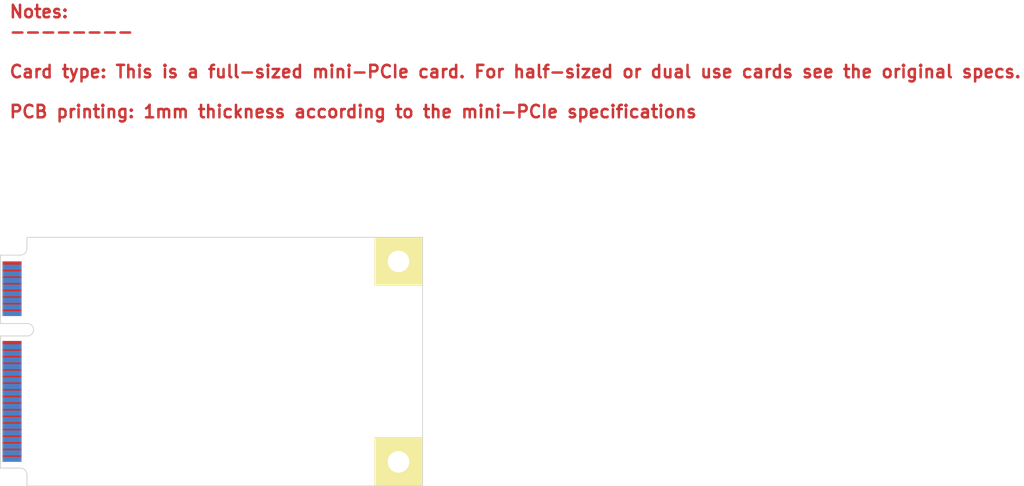
<source format=kicad_pcb>
(kicad_pcb (version 3) (host pcbnew "(2013-may-18)-stable")

  (general
    (links 1)
    (no_connects 1)
    (area 48.999999 99.949999 100.050001 130.050001)
    (thickness 1.6)
    (drawings 16)
    (tracks 0)
    (zones 0)
    (modules 3)
    (nets 2)
  )

  (page A3)
  (title_block 
    (title "full size mini-PCIe base card")
    (rev 1)
    (company moonpunch.org)
    (comment 1 "Released into the Public Domain wherever possible.")
  )

  (layers
    (15 F.Cu signal)
    (0 B.Cu signal)
    (16 B.Adhes user)
    (17 F.Adhes user)
    (18 B.Paste user)
    (19 F.Paste user)
    (20 B.SilkS user)
    (21 F.SilkS user)
    (22 B.Mask user)
    (23 F.Mask user)
    (24 Dwgs.User user)
    (25 Cmts.User user)
    (26 Eco1.User user hide)
    (27 Eco2.User user hide)
    (28 Edge.Cuts user)
  )

  (setup
    (last_trace_width 0.254)
    (trace_clearance 0.2)
    (zone_clearance 0.508)
    (zone_45_only no)
    (trace_min 0.254)
    (segment_width 0.15)
    (edge_width 0.1)
    (via_size 0.6)
    (via_drill 0.3048)
    (via_min_size 0.6)
    (via_min_drill 0.299974)
    (uvia_size 0.508)
    (uvia_drill 0.127)
    (uvias_allowed no)
    (uvia_min_size 0.508)
    (uvia_min_drill 0.127)
    (pcb_text_width 0.3)
    (pcb_text_size 1.5 1.5)
    (mod_edge_width 0.15)
    (mod_text_size 1 1)
    (mod_text_width 0.15)
    (pad_size 0.9 1)
    (pad_drill 0)
    (pad_to_mask_clearance 0)
    (aux_axis_origin 0 0)
    (visible_elements FFFFFBBF)
    (pcbplotparams
      (layerselection 284196865)
      (usegerberextensions true)
      (excludeedgelayer true)
      (linewidth 0.150000)
      (plotframeref false)
      (viasonmask false)
      (mode 1)
      (useauxorigin false)
      (hpglpennumber 1)
      (hpglpenspeed 20)
      (hpglpendiameter 15)
      (hpglpenoverlay 2)
      (psnegative false)
      (psa4output false)
      (plotreference true)
      (plotvalue true)
      (plotothertext true)
      (plotinvisibletext false)
      (padsonsilk false)
      (subtractmaskfromsilk false)
      (outputformat 1)
      (mirror false)
      (drillshape 0)
      (scaleselection 1)
      (outputdirectory gerber/))
  )

  (net 0 "")
  (net 1 GND)

  (net_class Default "This is the default net class."
    (clearance 0.2)
    (trace_width 0.254)
    (via_dia 0.6)
    (via_drill 0.3048)
    (uvia_dia 0.508)
    (uvia_drill 0.127)
    (add_net "")
  )

  (net_class PCI ""
    (clearance 0.2)
    (trace_width 0.3)
    (via_dia 0.6)
    (via_drill 0.3048)
    (uvia_dia 0.508)
    (uvia_drill 0.127)
    (add_net GND)
  )

  (net_class Power ""
    (clearance 0.2)
    (trace_width 0.4)
    (via_dia 0.6)
    (via_drill 0.3048)
    (uvia_dia 0.508)
    (uvia_drill 0.127)
  )

  (module miniPCIeConn   locked (layer F.Cu) (tedit 54A91326) (tstamp 54A9144B)
    (at 50.45 111.15)
    (path /53FF05BE)
    (fp_text reference J1 (at 2.5654 -3.2512 90) (layer F.SilkS) hide
      (effects (font (size 1 1) (thickness 0.15)))
    )
    (fp_text value "mini-PCIe USB only" (at 2.8194 5.9182 90) (layer F.SilkS) hide
      (effects (font (size 1 1) (thickness 0.15)))
    )
    (pad 1 smd rect (at 0 -7.95) (size 2.3 0.6)
      (layers F.Cu F.Paste F.Mask)
      (solder_mask_margin 0.1)
      (clearance 0.1)
    )
    (pad 3 smd rect (at 0 -7.15) (size 2.3 0.6)
      (layers F.Cu F.Paste F.Mask)
      (solder_mask_margin 0.1)
      (clearance 0.1)
    )
    (pad 5 smd rect (at 0 -6.35) (size 2.3 0.6)
      (layers F.Cu F.Paste F.Mask)
      (solder_mask_margin 0.1)
      (clearance 0.1)
    )
    (pad 7 smd rect (at 0 -5.55) (size 2.3 0.6)
      (layers F.Cu F.Paste F.Mask)
      (solder_mask_margin 0.1)
      (clearance 0.1)
    )
    (pad 9 smd rect (at 0 -4.75) (size 2.3 0.6)
      (layers F.Cu F.Paste F.Mask)
      (solder_mask_margin 0.1)
      (clearance 0.1)
    )
    (pad 11 smd rect (at 0 -3.95) (size 2.3 0.6)
      (layers F.Cu F.Paste F.Mask)
      (solder_mask_margin 0.1)
      (clearance 0.1)
    )
    (pad 13 smd rect (at 0 -3.15) (size 2.3 0.6)
      (layers F.Cu F.Paste F.Mask)
      (solder_mask_margin 0.1)
      (clearance 0.1)
    )
    (pad 15 smd rect (at 0 -2.35) (size 2.3 0.6)
      (layers F.Cu F.Paste F.Mask)
      (solder_mask_margin 0.1)
      (clearance 0.1)
    )
    (pad 2 smd rect (at 0 -7.55) (size 2.3 0.6)
      (layers B.Cu B.Paste B.Mask)
      (solder_mask_margin 0.1)
      (clearance 0.1)
    )
    (pad 17 smd rect (at 0 1.65) (size 2.3 0.6)
      (layers F.Cu F.Paste F.Mask)
      (solder_mask_margin 0.1)
      (clearance 0.1)
    )
    (pad 4 smd rect (at 0 -6.75) (size 2.3 0.6)
      (layers B.Cu B.Paste B.Mask)
      (solder_mask_margin 0.1)
      (clearance 0.1)
    )
    (pad 6 smd rect (at 0 -5.95) (size 2.3 0.6)
      (layers B.Cu B.Paste B.Mask)
      (solder_mask_margin 0.1)
      (clearance 0.1)
    )
    (pad 8 smd rect (at 0 -5.15) (size 2.3 0.6)
      (layers B.Cu B.Paste B.Mask)
      (solder_mask_margin 0.1)
      (clearance 0.1)
    )
    (pad 10 smd rect (at 0 -4.35) (size 2.3 0.6)
      (layers B.Cu B.Paste B.Mask)
      (solder_mask_margin 0.1)
      (clearance 0.1)
    )
    (pad 12 smd rect (at 0 -3.55) (size 2.3 0.6)
      (layers B.Cu B.Paste B.Mask)
      (solder_mask_margin 0.1)
      (clearance 0.1)
    )
    (pad 14 smd rect (at 0 -2.75) (size 2.3 0.6)
      (layers B.Cu B.Paste B.Mask)
      (solder_mask_margin 0.1)
      (clearance 0.1)
    )
    (pad 16 smd rect (at 0 -1.95) (size 2.3 0.6)
      (layers B.Cu B.Paste B.Mask)
      (solder_mask_margin 0.1)
      (clearance 0.1)
    )
    (pad 19 smd rect (at 0 2.45) (size 2.3 0.6)
      (layers F.Cu F.Paste F.Mask)
      (solder_mask_margin 0.1)
      (clearance 0.1)
    )
    (pad 21 smd rect (at 0 3.25) (size 2.3 0.6)
      (layers F.Cu F.Paste F.Mask)
      (solder_mask_margin 0.1)
      (clearance 0.1)
    )
    (pad 23 smd rect (at 0 4.05) (size 2.3 0.6)
      (layers F.Cu F.Paste F.Mask)
      (solder_mask_margin 0.1)
      (clearance 0.1)
    )
    (pad 25 smd rect (at 0 4.85) (size 2.3 0.6)
      (layers F.Cu F.Paste F.Mask)
      (solder_mask_margin 0.1)
      (clearance 0.1)
    )
    (pad 27 smd rect (at 0 5.65) (size 2.3 0.6)
      (layers F.Cu F.Paste F.Mask)
      (solder_mask_margin 0.1)
      (clearance 0.1)
    )
    (pad 29 smd rect (at 0 6.45) (size 2.3 0.6)
      (layers F.Cu F.Paste F.Mask)
      (solder_mask_margin 0.1)
      (clearance 0.1)
    )
    (pad 31 smd rect (at 0 7.25) (size 2.3 0.6)
      (layers F.Cu F.Paste F.Mask)
      (solder_mask_margin 0.1)
      (clearance 0.1)
    )
    (pad 33 smd rect (at 0 8.05) (size 2.3 0.6)
      (layers F.Cu F.Paste F.Mask)
      (solder_mask_margin 0.1)
      (clearance 0.1)
    )
    (pad 35 smd rect (at 0 8.85) (size 2.3 0.6)
      (layers F.Cu F.Paste F.Mask)
      (solder_mask_margin 0.1)
      (clearance 0.1)
    )
    (pad 37 smd rect (at 0 9.65) (size 2.3 0.6)
      (layers F.Cu F.Paste F.Mask)
      (solder_mask_margin 0.1)
      (clearance 0.1)
    )
    (pad 39 smd rect (at 0 10.45) (size 2.3 0.6)
      (layers F.Cu F.Paste F.Mask)
      (solder_mask_margin 0.1)
      (clearance 0.1)
    )
    (pad 41 smd rect (at 0 11.25) (size 2.3 0.6)
      (layers F.Cu F.Paste F.Mask)
      (solder_mask_margin 0.1)
      (clearance 0.1)
    )
    (pad 43 smd rect (at 0 12.05) (size 2.3 0.6)
      (layers F.Cu F.Paste F.Mask)
      (solder_mask_margin 0.1)
      (clearance 0.1)
    )
    (pad 45 smd rect (at 0 12.85) (size 2.3 0.6)
      (layers F.Cu F.Paste F.Mask)
      (solder_mask_margin 0.1)
      (clearance 0.1)
    )
    (pad 47 smd rect (at 0 13.65) (size 2.3 0.6)
      (layers F.Cu F.Paste F.Mask)
      (solder_mask_margin 0.1)
      (clearance 0.1)
    )
    (pad 49 smd rect (at 0 14.45) (size 2.3 0.6)
      (layers F.Cu F.Paste F.Mask)
      (solder_mask_margin 0.1)
      (clearance 0.1)
    )
    (pad 51 smd rect (at 0 15.25) (size 2.3 0.6)
      (layers F.Cu F.Paste F.Mask)
      (solder_mask_margin 0.1)
      (clearance 0.1)
    )
    (pad 18 smd rect (at 0 2.05) (size 2.3 0.6)
      (layers B.Cu B.Paste B.Mask)
      (solder_mask_margin 0.1)
      (clearance 0.1)
    )
    (pad 20 smd rect (at 0 2.85) (size 2.3 0.6)
      (layers B.Cu B.Paste B.Mask)
      (solder_mask_margin 0.1)
      (clearance 0.1)
    )
    (pad 22 smd rect (at 0 3.65) (size 2.3 0.6)
      (layers B.Cu B.Paste B.Mask)
      (solder_mask_margin 0.1)
      (clearance 0.1)
    )
    (pad 24 smd rect (at 0 4.45) (size 2.3 0.6)
      (layers B.Cu B.Paste B.Mask)
      (solder_mask_margin 0.1)
      (clearance 0.1)
    )
    (pad 26 smd rect (at 0 5.25) (size 2.3 0.6)
      (layers B.Cu B.Paste B.Mask)
      (solder_mask_margin 0.1)
      (clearance 0.1)
    )
    (pad 28 smd rect (at 0 6.05) (size 2.3 0.6)
      (layers B.Cu B.Paste B.Mask)
      (solder_mask_margin 0.1)
      (clearance 0.1)
    )
    (pad 30 smd rect (at 0 6.85) (size 2.3 0.6)
      (layers B.Cu B.Paste B.Mask)
      (solder_mask_margin 0.1)
      (clearance 0.1)
    )
    (pad 32 smd rect (at 0 7.65) (size 2.3 0.6)
      (layers B.Cu B.Paste B.Mask)
      (solder_mask_margin 0.1)
      (clearance 0.1)
    )
    (pad 34 smd rect (at 0 8.45) (size 2.3 0.6)
      (layers B.Cu B.Paste B.Mask)
      (solder_mask_margin 0.1)
      (clearance 0.1)
    )
    (pad 36 smd rect (at 0 9.25) (size 2.3 0.6)
      (layers B.Cu B.Paste B.Mask)
      (solder_mask_margin 0.1)
      (clearance 0.1)
    )
    (pad 38 smd rect (at 0 10.05) (size 2.3 0.6)
      (layers B.Cu B.Paste B.Mask)
      (solder_mask_margin 0.1)
      (clearance 0.1)
    )
    (pad 40 smd rect (at 0 10.85) (size 2.3 0.6)
      (layers B.Cu B.Paste B.Mask)
      (solder_mask_margin 0.1)
      (clearance 0.1)
    )
    (pad 42 smd rect (at 0 11.65) (size 2.3 0.6)
      (layers B.Cu B.Paste B.Mask)
      (solder_mask_margin 0.1)
      (clearance 0.1)
    )
    (pad 44 smd rect (at 0 12.45) (size 2.3 0.6)
      (layers B.Cu B.Paste B.Mask)
      (solder_mask_margin 0.1)
      (clearance 0.1)
    )
    (pad 46 smd rect (at 0 13.25) (size 2.3 0.6)
      (layers B.Cu B.Paste B.Mask)
      (solder_mask_margin 0.1)
      (clearance 0.1)
    )
    (pad 48 smd rect (at 0 14.05) (size 2.3 0.6)
      (layers B.Cu B.Paste B.Mask)
      (solder_mask_margin 0.1)
      (clearance 0.1)
    )
    (pad 50 smd rect (at 0 14.85) (size 2.3 0.6)
      (layers B.Cu B.Paste B.Mask)
      (solder_mask_margin 0.1)
      (clearance 0.1)
    )
    (pad 52 smd rect (at 0 15.65) (size 2.3 0.6)
      (layers B.Cu B.Paste B.Mask)
      (solder_mask_margin 0.1)
      (clearance 0.1)
    )
  )

  (module MINI_PCIE_MOUNTING_HOLE   locked (layer F.Cu) (tedit 55D1A773) (tstamp 54A91485)
    (at 97.1 102.9)
    (descr "1 pin")
    (tags "CONN DEV")
    (path /55D1A6E9)
    (fp_text reference MOUNTING_HOLE_1 (at 0 -3.6) (layer F.SilkS) hide
      (effects (font (size 0.762 0.762) (thickness 0.1524)))
    )
    (fp_text value CONN_1 (at 0 3.9) (layer F.SilkS) hide
      (effects (font (size 0.762 0.762) (thickness 0.1524)))
    )
    (fp_line (start 1.27 1.27) (end -1.27 1.27) (layer F.SilkS) (width 0.1524))
    (fp_line (start -1.27 -1.27) (end 1.27 -1.27) (layer F.SilkS) (width 0.1524))
    (fp_line (start -1.27 1.27) (end -1.27 -1.27) (layer F.SilkS) (width 0.1524))
    (fp_line (start 1.27 -1.27) (end 1.27 1.27) (layer F.SilkS) (width 0.1524))
    (pad 1 thru_hole rect (at 0 0) (size 5.8 5.8) (drill 2.6)
      (layers *.Cu *.Mask F.SilkS)
      (net 1 GND)
      (solder_mask_margin 0.1524)
      (clearance 0.1524)
    )
  )

  (module MINI_PCIE_MOUNTING_HOLE   locked (layer F.Cu) (tedit 55D1A773) (tstamp 54A7F2E0)
    (at 97.1 127.1)
    (descr "1 pin")
    (tags "CONN DEV")
    (path /55D1A6D8)
    (fp_text reference MOUNTING_HOLE_2 (at 0 -3.6) (layer F.SilkS) hide
      (effects (font (size 0.762 0.762) (thickness 0.1524)))
    )
    (fp_text value CONN_1 (at 0 3.9) (layer F.SilkS) hide
      (effects (font (size 0.762 0.762) (thickness 0.1524)))
    )
    (fp_line (start 1.27 1.27) (end -1.27 1.27) (layer F.SilkS) (width 0.1524))
    (fp_line (start -1.27 -1.27) (end 1.27 -1.27) (layer F.SilkS) (width 0.1524))
    (fp_line (start -1.27 1.27) (end -1.27 -1.27) (layer F.SilkS) (width 0.1524))
    (fp_line (start 1.27 -1.27) (end 1.27 1.27) (layer F.SilkS) (width 0.1524))
    (pad 1 thru_hole rect (at 0 0) (size 5.8 5.8) (drill 2.6)
      (layers *.Cu *.Mask F.SilkS)
      (net 1 GND)
      (solder_mask_margin 0.1524)
      (clearance 0.1524)
    )
  )

  (gr_text "Notes:\n--------\n\nCard type: This is a full-sized mini-PCIe card. For half-sized or dual use cards see the original specs.\n\nPCB printing: 1mm thickness according to the mini-PCIe specifications\n\n" (at 50 80) (layer F.Cu)
    (effects (font (size 1.5 1.5) (thickness 0.3)) (justify left))
  )
  (gr_arc (start 52.3 111.15) (end 52.3 110.4) (angle 90) (layer Edge.Cuts) (width 0.1))
  (gr_arc (start 52.3 111.15) (end 53.05 111.15) (angle 90) (layer Edge.Cuts) (width 0.1))
  (gr_line (start 49.05 110.4) (end 52.3 110.4) (angle 90) (layer Edge.Cuts) (width 0.1))
  (gr_line (start 49.05 111.9) (end 52.3 111.9) (angle 90) (layer Edge.Cuts) (width 0.1))
  (gr_line (start 49.05 127.85) (end 49.05 111.9) (angle 90) (layer Edge.Cuts) (width 0.1))
  (gr_line (start 49.05 102.15) (end 49.05 110.4) (angle 90) (layer Edge.Cuts) (width 0.1))
  (gr_line (start 51.45 102.15) (end 49.05 102.15) (angle 90) (layer Edge.Cuts) (width 0.1))
  (gr_line (start 51.45 127.85) (end 49.05 127.85) (angle 90) (layer Edge.Cuts) (width 0.1))
  (gr_arc (start 51.45 101.35) (end 52.25 101.35) (angle 90) (layer Edge.Cuts) (width 0.1))
  (gr_arc (start 51.45 128.65) (end 51.45 127.85) (angle 90) (layer Edge.Cuts) (width 0.1))
  (gr_line (start 52.25 130) (end 52.25 128.65) (angle 90) (layer Edge.Cuts) (width 0.1))
  (gr_line (start 52.25 100) (end 52.25 101.35) (angle 90) (layer Edge.Cuts) (width 0.1))
  (gr_line (start 100 130) (end 52.25 130) (angle 90) (layer Edge.Cuts) (width 0.1))
  (gr_line (start 100 100) (end 52.25 100) (angle 90) (layer Edge.Cuts) (width 0.1))
  (gr_line (start 100 100) (end 100 130) (angle 90) (layer Edge.Cuts) (width 0.1))

)

</source>
